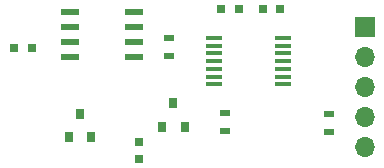
<source format=gbr>
G04 #@! TF.GenerationSoftware,KiCad,Pcbnew,(2018-02-16 revision c95340fba)-makepkg*
G04 #@! TF.CreationDate,2018-04-16T21:08:27+02:00*
G04 #@! TF.ProjectId,lin_bb,6C696E5F62622E6B696361645F706362,rev?*
G04 #@! TF.SameCoordinates,Original*
G04 #@! TF.FileFunction,Paste,Top*
G04 #@! TF.FilePolarity,Positive*
%FSLAX46Y46*%
G04 Gerber Fmt 4.6, Leading zero omitted, Abs format (unit mm)*
G04 Created by KiCad (PCBNEW (2018-02-16 revision c95340fba)-makepkg) date 04/16/18 21:08:27*
%MOMM*%
%LPD*%
G01*
G04 APERTURE LIST*
%ADD10R,0.750000X0.800000*%
%ADD11R,0.800000X0.750000*%
%ADD12O,1.700000X1.700000*%
%ADD13R,1.700000X1.700000*%
%ADD14R,0.900000X0.500000*%
%ADD15R,1.550000X0.600000*%
%ADD16R,0.800000X0.900000*%
%ADD17R,1.450000X0.450000*%
G04 APERTURE END LIST*
D10*
X147764500Y-122733500D03*
X147764500Y-121233500D03*
D11*
X138672000Y-113284000D03*
X137172000Y-113284000D03*
D12*
X166878000Y-121666000D03*
X166878000Y-119126000D03*
X166878000Y-116586000D03*
X166878000Y-114046000D03*
D13*
X166878000Y-111506000D03*
D14*
X150304500Y-112470500D03*
X150304500Y-113970500D03*
D15*
X147353000Y-110236000D03*
X147353000Y-111506000D03*
X147353000Y-112776000D03*
X147353000Y-114046000D03*
X141953000Y-114046000D03*
X141953000Y-112776000D03*
X141953000Y-111506000D03*
X141953000Y-110236000D03*
D11*
X154698000Y-109982000D03*
X156198000Y-109982000D03*
X159742000Y-109982000D03*
X158242000Y-109982000D03*
D16*
X142748000Y-118888000D03*
X143698000Y-120888000D03*
X141798000Y-120888000D03*
D14*
X163830000Y-118884000D03*
X163830000Y-120384000D03*
D16*
X150685500Y-117999000D03*
X151635500Y-119999000D03*
X149735500Y-119999000D03*
D17*
X159985500Y-112477000D03*
X159985500Y-113127000D03*
X159985500Y-113777000D03*
X159985500Y-114427000D03*
X159985500Y-115077000D03*
X159985500Y-115727000D03*
X159985500Y-116377000D03*
X154085500Y-116377000D03*
X154085500Y-115727000D03*
X154085500Y-115077000D03*
X154085500Y-114427000D03*
X154085500Y-113777000D03*
X154085500Y-113127000D03*
X154085500Y-112477000D03*
D14*
X155067000Y-120320500D03*
X155067000Y-118820500D03*
M02*

</source>
